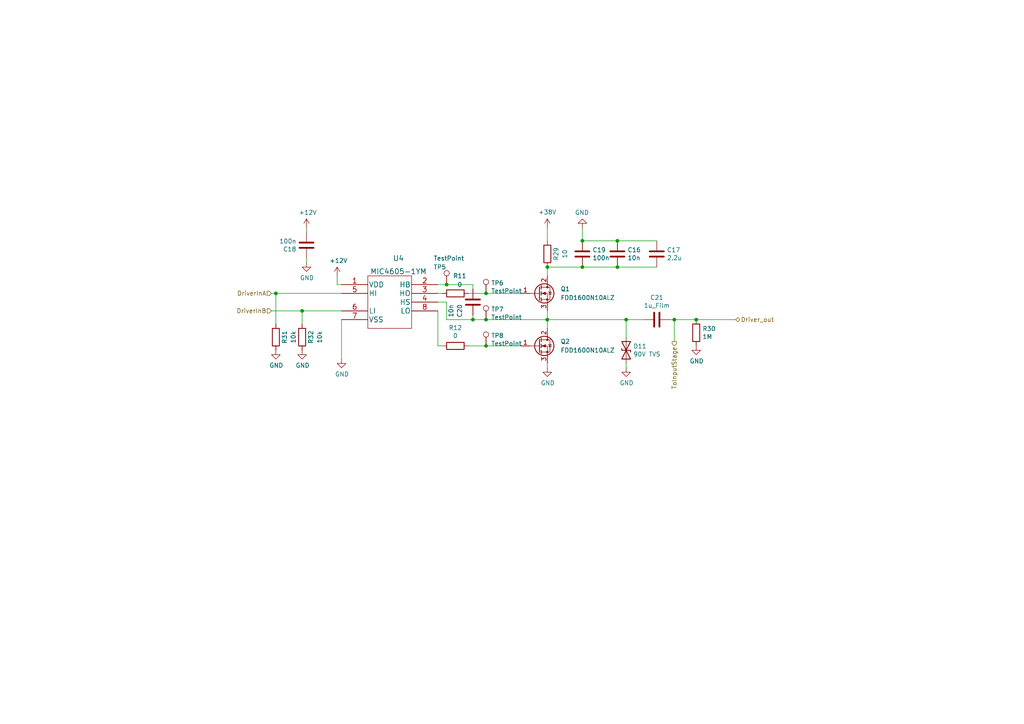
<source format=kicad_sch>
(kicad_sch (version 20211123) (generator eeschema)
  (paper "A4")
  (lib_symbols
    (symbol "Connector:TestPoint" (pin_numbers hide) (pin_names (offset 0.762) hide)
      (property "Reference" "TP" (at 0 6.858 0))
      (property "Value" "TestPoint" (at 0 5.08 0))
      (symbol "TestPoint_0_1"
        (circle (center 0 3.302) (radius 0.762))
      )
      (symbol "TestPoint_1_1"
        (pin passive line (at 0 0 90) (length 2.54) (name "1") (number "1"))
      )
    )
    (symbol "Device:C" (pin_numbers hide) (pin_names (offset 0.254))
      (property "Reference" "C" (at 0.635 2.54 0))
      (property "Value" "C" (at 0.635 -2.54 0))
      (symbol "C_0_1"
        (polyline (pts (xy -2.032 -0.762) (xy 2.032 -0.762)) (stroke (width 0.508)))
        (polyline (pts (xy -2.032 0.762) (xy 2.032 0.762)) (stroke (width 0.508)))
      )
      (symbol "C_1_1"
        (pin passive line (at 0 3.81 270) (length 2.794) (name "~") (number "1"))
        (pin passive line (at 0 -3.81 90) (length 2.794) (name "~") (number "2"))
      )
    )
    (symbol "Device:D_TVS" (pin_numbers hide) (pin_names (offset 1.016) hide)
      (property "Reference" "D" (at 0 2.54 0))
      (property "Value" "D_TVS" (at 0 -2.54 0))
      (symbol "D_TVS_0_1"
        (polyline (pts (xy 1.27 0) (xy -1.27 0)))
        (polyline (pts (xy 0.508 1.27) (xy 0 1.27) (xy 0 -1.27) (xy -0.508 -1.27)) (stroke (width 0.254)))
        (polyline (pts (xy -2.54 1.27) (xy -2.54 -1.27) (xy 2.54 1.27) (xy 2.54 -1.27) (xy -2.54 1.27)) (stroke (width 0.254)))
      )
      (symbol "D_TVS_1_1"
        (pin passive line (at -3.81 0 0) (length 2.54) (name "A1") (number "1"))
        (pin passive line (at 3.81 0 180) (length 2.54) (name "A2") (number "2"))
      )
    )
    (symbol "Device:Q_NMOS_GDS" (pin_names (offset 0) hide)
      (property "Reference" "Q" (at 5.08 1.27 0))
      (property "Value" "Q_NMOS_GDS" (at 5.08 -1.27 0))
      (symbol "Q_NMOS_GDS_0_1"
        (polyline (pts (xy 0.254 0) (xy -2.54 0)))
        (polyline (pts (xy 0.254 1.905) (xy 0.254 -1.905)) (stroke (width 0.254)))
        (polyline (pts (xy 0.762 -1.27) (xy 0.762 -2.286)) (stroke (width 0.254)))
        (polyline (pts (xy 0.762 0.508) (xy 0.762 -0.508)) (stroke (width 0.254)))
        (polyline (pts (xy 0.762 2.286) (xy 0.762 1.27)) (stroke (width 0.254)))
        (polyline (pts (xy 2.54 2.54) (xy 2.54 1.778)))
        (polyline (pts (xy 2.54 -2.54) (xy 2.54 0) (xy 0.762 0)))
        (polyline (pts (xy 0.762 -1.778) (xy 3.302 -1.778) (xy 3.302 1.778) (xy 0.762 1.778)))
        (polyline (pts (xy 1.016 0) (xy 2.032 0.381) (xy 2.032 -0.381) (xy 1.016 0)) (fill (type outline)))
        (polyline (pts (xy 2.794 0.508) (xy 2.921 0.381) (xy 3.683 0.381) (xy 3.81 0.254)))
        (polyline (pts (xy 3.302 0.381) (xy 2.921 -0.254) (xy 3.683 -0.254) (xy 3.302 0.381)))
        (circle (center 1.651 0) (radius 2.794) (stroke (width 0.254)))
        (circle (center 2.54 -1.778) (radius 0.254) (fill (type outline)))
        (circle (center 2.54 1.778) (radius 0.254) (fill (type outline)))
      )
      (symbol "Q_NMOS_GDS_1_1"
        (pin input line (at -5.08 0 0) (length 2.54) (name "G") (number "1"))
        (pin passive line (at 2.54 5.08 270) (length 2.54) (name "D") (number "2"))
        (pin passive line (at 2.54 -5.08 90) (length 2.54) (name "S") (number "3"))
      )
    )
    (symbol "Device:R" (pin_numbers hide) (pin_names (offset 0))
      (property "Reference" "R" (at 2.032 0 90))
      (property "Value" "R" (at 0 0 90))
      (symbol "R_0_1"
        (rectangle (start -1.016 -2.54) (end 1.016 2.54) (stroke (width 0.254)))
      )
      (symbol "R_1_1"
        (pin passive line (at 0 3.81 270) (length 1.27) (name "~") (number "1"))
        (pin passive line (at 0 -3.81 90) (length 1.27) (name "~") (number "2"))
      )
    )
    (symbol "UserLibrary:+38V" (power) (pin_names (offset 0))
      (property "Value" "+38V" (at 0 3.81 0))
      (symbol "+38V_0_1"
        (polyline (pts (xy -0.762 1.27) (xy 0 2.54)))
        (polyline (pts (xy 0 0) (xy 0 2.54)))
        (polyline (pts (xy 0 2.54) (xy 0.762 1.27)))
      )
      (symbol "+38V_1_1"
        (pin power_in line (at 0 0 90) (length 0) hide (name "+38V") (number "1"))
      )
    )
    (symbol "UserLibrary:MIC4605-1YM" (pin_names (offset 0.254))
      (property "Reference" "U" (at 15.24 2.54 0))
      (property "Value" "MIC4605-1YM" (at 8.89 5.08 0))
      (symbol "MIC4605-1YM_1_1"
        (rectangle (start 0 0) (end 12.7 -15.24))
        (pin power_in line (at -7.62 -2.54 0) (length 7.62) (name "VDD") (number "1"))
        (pin passive line (at 20.32 -2.54 180) (length 7.62) (name "HB") (number "2"))
        (pin output line (at 20.32 -5.08 180) (length 7.62) (name "HO") (number "3"))
        (pin passive line (at 20.32 -7.62 180) (length 7.62) (name "HS") (number "4"))
        (pin input line (at -7.62 -5.08 0) (length 7.62) (name "HI") (number "5"))
        (pin input line (at -7.62 -10.16 0) (length 7.62) (name "LI") (number "6"))
        (pin bidirectional line (at -7.62 -12.7 0) (length 7.62) (name "VSS") (number "7"))
        (pin output line (at 20.32 -10.16 180) (length 7.62) (name "LO") (number "8"))
      )
    )
    (symbol "power:+12V" (power) (pin_names (offset 0))
      (property "Value" "+12V" (at 0 3.556 0))
      (symbol "+12V_0_1"
        (polyline (pts (xy -0.762 1.27) (xy 0 2.54)))
        (polyline (pts (xy 0 0) (xy 0 2.54)))
        (polyline (pts (xy 0 2.54) (xy 0.762 1.27)))
      )
      (symbol "+12V_1_1"
        (pin power_in line (at 0 0 90) (length 0) hide (name "+12V") (number "1"))
      )
    )
    (symbol "power:GND" (power) (pin_names (offset 0))
      (property "Value" "GND" (at 0 -3.81 0))
      (symbol "GND_0_1"
        (polyline (pts (xy 0 0) (xy 0 -1.27) (xy 1.27 -1.27) (xy 0 -2.54) (xy -1.27 -1.27) (xy 0 -1.27)))
      )
      (symbol "GND_1_1"
        (pin power_in line (at 0 0 270) (length 0) hide (name "GND") (number "1"))
      )
    )
  )
  (junction (at 140.97 92.71))
  (junction (at 168.91 77.47))
  (junction (at 158.75 92.71))
  (junction (at 168.91 69.85))
  (junction (at 195.58 92.71))
  (junction (at 181.61 92.71))
  (junction (at 201.93 92.71))
  (junction (at 140.97 85.09))
  (junction (at 140.97 100.33))
  (junction (at 179.07 69.85))
  (junction (at 158.75 77.47))
  (junction (at 179.07 77.47))
  (junction (at 87.63 90.17))
  (junction (at 129.54 82.55))
  (junction (at 80.01 85.09))
  (junction (at 137.16 92.71))
  (wire (pts (xy 87.63 90.17) (xy 87.63 93.98)))
  (wire (pts (xy 181.61 92.71) (xy 186.69 92.71)))
  (wire (pts (xy 129.54 87.63) (xy 129.54 92.71)))
  (wire (pts (xy 88.9 67.31) (xy 88.9 66.04)))
  (wire (pts (xy 99.06 104.14) (xy 99.06 92.71)))
  (wire (pts (xy 87.63 90.17) (xy 99.06 90.17)))
  (wire (pts (xy 140.97 100.33) (xy 151.13 100.33)))
  (wire (pts (xy 127 90.17) (xy 127 100.33)))
  (wire (pts (xy 158.75 77.47) (xy 158.75 80.01)))
  (wire (pts (xy 127 87.63) (xy 129.54 87.63)))
  (wire (pts (xy 78.74 85.09) (xy 80.01 85.09)))
  (wire (pts (xy 80.01 85.09) (xy 99.06 85.09)))
  (wire (pts (xy 201.93 92.71) (xy 213.36 92.71)))
  (wire (pts (xy 168.91 69.85) (xy 179.07 69.85)))
  (wire (pts (xy 97.79 82.55) (xy 99.06 82.55)))
  (wire (pts (xy 140.97 92.71) (xy 158.75 92.71)))
  (wire (pts (xy 158.75 92.71) (xy 158.75 95.25)))
  (wire (pts (xy 129.54 82.55) (xy 127 82.55)))
  (wire (pts (xy 168.91 77.47) (xy 179.07 77.47)))
  (wire (pts (xy 78.74 90.17) (xy 87.63 90.17)))
  (wire (pts (xy 137.16 83.82) (xy 137.16 82.55)))
  (wire (pts (xy 181.61 92.71) (xy 181.61 97.79)))
  (wire (pts (xy 129.54 92.71) (xy 137.16 92.71)))
  (wire (pts (xy 179.07 69.85) (xy 190.5 69.85)))
  (wire (pts (xy 158.75 92.71) (xy 181.61 92.71)))
  (wire (pts (xy 140.97 85.09) (xy 151.13 85.09)))
  (wire (pts (xy 127 85.09) (xy 128.27 85.09)))
  (wire (pts (xy 127 100.33) (xy 128.27 100.33)))
  (wire (pts (xy 158.75 92.71) (xy 158.75 90.17)))
  (wire (pts (xy 135.89 100.33) (xy 140.97 100.33)))
  (wire (pts (xy 158.75 105.41) (xy 158.75 106.68)))
  (wire (pts (xy 194.31 92.71) (xy 195.58 92.71)))
  (wire (pts (xy 181.61 106.68) (xy 181.61 105.41)))
  (wire (pts (xy 88.9 76.2) (xy 88.9 74.93)))
  (wire (pts (xy 195.58 99.06) (xy 195.58 92.71)))
  (wire (pts (xy 80.01 93.98) (xy 80.01 85.09)))
  (wire (pts (xy 137.16 91.44) (xy 137.16 92.71)))
  (wire (pts (xy 137.16 82.55) (xy 129.54 82.55)))
  (wire (pts (xy 168.91 66.04) (xy 168.91 69.85)))
  (wire (pts (xy 195.58 92.71) (xy 201.93 92.71)))
  (wire (pts (xy 158.75 69.85) (xy 158.75 66.04)))
  (wire (pts (xy 179.07 77.47) (xy 190.5 77.47)))
  (wire (pts (xy 135.89 85.09) (xy 140.97 85.09)))
  (wire (pts (xy 97.79 80.01) (xy 97.79 82.55)))
  (wire (pts (xy 137.16 92.71) (xy 140.97 92.71)))
  (wire (pts (xy 168.91 77.47) (xy 158.75 77.47)))
  (hierarchical_label "Driver_out" (shape bidirectional) (at 213.36 92.71 0))
  (hierarchical_label "DriverInA" (shape input) (at 78.74 85.09 180))
  (hierarchical_label "ToInputStage" (shape output) (at 195.58 99.06 270))
  (hierarchical_label "DriverInB" (shape input) (at 78.74 90.17 180))
  (symbol (lib_id "Device:C") (at 137.16 87.63 180) (unit 1)
    (property "Reference" "C20" (at 133.35 90.17 90))
    (property "Value" "10n" (at 130.81 90.17 90))
    (property "Footprint" "Capacitor_SMD:C_0603_1608Metric_Pad1.08x0.95mm_HandSolder" (effects hide))
  )
  (symbol (lib_id "power:GND") (at 80.01 101.6 0) (unit 1)
    (property "Reference" "#PWR047" (effects hide))
    (property "Value" "GND" (at 80.137 105.9942 0))
  )
  (symbol (lib_id "power:GND") (at 158.75 106.68 0) (unit 1)
    (property "Reference" "#PWR050" (effects hide))
    (property "Value" "GND" (at 158.877 111.0742 0))
  )
  (symbol (lib_id "Device:R") (at 87.63 97.79 0) (unit 1)
    (property "Reference" "R32" (at 90.17 97.79 90))
    (property "Value" "10k" (at 92.71 97.79 90))
    (property "Footprint" "Resistor_SMD:R_0603_1608Metric_Pad0.98x0.95mm_HandSolder" (effects hide))
  )
  (symbol (lib_id "Device:R") (at 132.08 100.33 270) (unit 1)
    (property "Reference" "R12" (at 132.08 95.0722 90))
    (property "Value" "0" (at 132.08 97.3836 90))
    (property "Footprint" "Resistor_SMD:R_0603_1608Metric_Pad0.98x0.95mm_HandSolder" (effects hide))
  )
  (symbol (lib_id "power:GND") (at 201.93 100.33 0) (unit 1)
    (property "Reference" "#PWR046" (effects hide))
    (property "Value" "GND" (at 202.057 104.7242 0))
  )
  (symbol (lib_id "Device:C") (at 179.07 73.66 0) (unit 1)
    (property "Reference" "C16" (at 181.991 72.4916 0) (effects (justify left)))
    (property "Value" "10n" (at 181.991 74.803 0) (effects (justify left)))
    (property "Footprint" "Capacitor_SMD:C_0603_1608Metric_Pad1.08x0.95mm_HandSolder" (effects hide))
  )
  (symbol (lib_id "Device:R") (at 132.08 85.09 270) (unit 1)
    (property "Reference" "R11" (at 133.35 80.01 90))
    (property "Value" "0" (at 133.35 82.55 90))
    (property "Footprint" "Resistor_SMD:R_0603_1608Metric_Pad0.98x0.95mm_HandSolder" (effects hide))
  )
  (symbol (lib_id "Device:Q_NMOS_GDS") (at 156.21 85.09 0) (unit 1)
    (property "Reference" "Q1" (at 162.56 83.8199 0) (effects (justify left)))
    (property "Value" "FDD1600N10ALZ" (at 162.56 86.3599 0) (effects (justify left)))
    (property "Footprint" "Package_TO_SOT_SMD:TO-252-2" (effects hide))
  )
  (symbol (lib_id "Device:C") (at 88.9 71.12 180) (unit 1)
    (property "Reference" "C18" (at 85.979 72.2884 0) (effects (justify left)))
    (property "Value" "100n" (at 85.979 69.977 0) (effects (justify left)))
    (property "Footprint" "Capacitor_SMD:C_0603_1608Metric_Pad1.08x0.95mm_HandSolder" (effects hide))
  )
  (symbol (lib_id "Device:D_TVS") (at 181.61 101.6 270) (unit 1)
    (property "Reference" "D11" (at 183.642 100.4316 90) (effects (justify left)))
    (property "Value" "90V TVS" (at 183.642 102.743 90) (effects (justify left)))
    (property "Footprint" "Diode_SMD:D_SMA_Handsoldering" (effects hide))
  )
  (symbol (lib_id "Device:R") (at 80.01 97.79 0) (unit 1)
    (property "Reference" "R31" (at 82.55 97.79 90))
    (property "Value" "10k" (at 85.09 97.79 90))
    (property "Footprint" "Resistor_SMD:R_0603_1608Metric_Pad0.98x0.95mm_HandSolder" (effects hide))
  )
  (symbol (lib_id "Connector:TestPoint") (at 140.97 100.33 0) (unit 1)
    (property "Reference" "TP8" (at 142.4432 97.3328 0) (effects (justify left)))
    (property "Value" "TestPoint" (at 142.4432 99.6442 0) (effects (justify left)))
    (property "Footprint" "TestPoint:TestPoint_Loop_D1.80mm_Drill1.0mm_Beaded" (effects hide))
  )
  (symbol (lib_id "power:GND") (at 181.61 106.68 0) (unit 1)
    (property "Reference" "#PWR051" (effects hide))
    (property "Value" "GND" (at 181.737 111.0742 0))
  )
  (symbol (lib_id "Connector:TestPoint") (at 129.54 82.55 0) (unit 1)
    (property "Reference" "TP5" (at 125.73 77.47 0) (effects (justify left)))
    (property "Value" "TestPoint" (at 125.73 74.93 0) (effects (justify left)))
    (property "Footprint" "TestPoint:TestPoint_Loop_D1.80mm_Drill1.0mm_Beaded" (effects hide))
  )
  (symbol (lib_id "Device:Q_NMOS_GDS") (at 156.21 100.33 0) (unit 1)
    (property "Reference" "Q2" (at 162.56 99.0599 0) (effects (justify left)))
    (property "Value" "FDD1600N10ALZ" (at 162.56 101.5999 0) (effects (justify left)))
    (property "Footprint" "Package_TO_SOT_SMD:TO-252-2" (effects hide))
  )
  (symbol (lib_id "power:+12V") (at 88.9 66.04 0) (unit 1)
    (property "Reference" "#PWR041" (effects hide))
    (property "Value" "+12V" (at 89.281 61.6458 0))
  )
  (symbol (lib_id "Connector:TestPoint") (at 140.97 85.09 0) (unit 1)
    (property "Reference" "TP6" (at 142.4432 82.0928 0) (effects (justify left)))
    (property "Value" "TestPoint" (at 142.4432 84.4042 0) (effects (justify left)))
    (property "Footprint" "TestPoint:TestPoint_Loop_D1.80mm_Drill1.0mm_Beaded" (effects hide))
  )
  (symbol (lib_id "UserLibrary:+38V") (at 158.75 66.04 0) (unit 1)
    (property "Reference" "#PWR042" (effects hide))
    (property "Value" "+38V" (at 158.7415 61.5352 0))
  )
  (symbol (lib_id "Device:R") (at 158.75 73.66 0) (unit 1)
    (property "Reference" "R29" (at 161.29 73.66 90))
    (property "Value" "10" (at 163.83 73.66 90))
    (property "Footprint" "Resistor_SMD:R_0603_1608Metric_Pad0.98x0.95mm_HandSolder" (effects hide))
  )
  (symbol (lib_id "Device:C") (at 168.91 73.66 0) (unit 1)
    (property "Reference" "C19" (at 171.831 72.4916 0) (effects (justify left)))
    (property "Value" "100n" (at 171.831 74.803 0) (effects (justify left)))
    (property "Footprint" "Capacitor_SMD:C_0603_1608Metric_Pad1.08x0.95mm_HandSolder" (effects hide))
  )
  (symbol (lib_id "Device:C") (at 190.5 92.71 270) (unit 1)
    (property "Reference" "C21" (at 190.5 86.3092 90))
    (property "Value" "1u_Film" (at 190.5 88.6206 90))
    (property "Footprint" "footprints:C_2824_7260Metric_HandSolder" (effects hide))
  )
  (symbol (lib_id "Device:R") (at 201.93 96.52 0) (unit 1)
    (property "Reference" "R30" (at 203.708 95.3516 0) (effects (justify left)))
    (property "Value" "1M" (at 203.708 97.663 0) (effects (justify left)))
    (property "Footprint" "Resistor_SMD:R_0603_1608Metric_Pad0.98x0.95mm_HandSolder" (effects hide))
  )
  (symbol (lib_id "UserLibrary:MIC4605-1YM") (at 106.68 80.01 0) (unit 1)
    (property "Reference" "U4" (at 115.57 74.93 0) (effects (font (size 1.524 1.524))))
    (property "Value" "MIC4605-1YM" (at 115.57 78.74 0) (effects (font (size 1.524 1.524))))
    (property "Footprint" "Package_SO:SOIC-8_3.9x4.9mm_P1.27mm" (effects hide))
    (property "Datasheet" "https://ww1.microchip.com/downloads/en/DeviceDoc/MIC4605-Data-Sheet-DS20005853E.pdf" (effects hide))
  )
  (symbol (lib_id "power:+12V") (at 97.79 80.01 0) (unit 1)
    (property "Reference" "#PWR045" (effects hide))
    (property "Value" "+12V" (at 98.171 75.6158 0))
  )
  (symbol (lib_id "power:GND") (at 87.63 101.6 0) (unit 1)
    (property "Reference" "#PWR048" (effects hide))
    (property "Value" "GND" (at 87.757 105.9942 0))
  )
  (symbol (lib_id "Device:C") (at 190.5 73.66 0) (unit 1)
    (property "Reference" "C17" (at 193.421 72.4916 0) (effects (justify left)))
    (property "Value" "2.2u" (at 193.421 74.803 0) (effects (justify left)))
    (property "Footprint" "Capacitor_SMD:C_1206_3216Metric_Pad1.33x1.80mm_HandSolder" (effects hide))
  )
  (symbol (lib_id "Connector:TestPoint") (at 140.97 92.71 0) (unit 1)
    (property "Reference" "TP7" (at 142.4432 89.7128 0) (effects (justify left)))
    (property "Value" "TestPoint" (at 142.4432 92.0242 0) (effects (justify left)))
    (property "Footprint" "TestPoint:TestPoint_Loop_D1.80mm_Drill1.0mm_Beaded" (effects hide))
  )
  (symbol (lib_id "power:GND") (at 168.91 66.04 180) (unit 1)
    (property "Reference" "#PWR043" (effects hide))
    (property "Value" "GND" (at 168.783 61.6458 0))
  )
  (symbol (lib_id "power:GND") (at 88.9 76.2 0) (unit 1)
    (property "Reference" "#PWR044" (effects hide))
    (property "Value" "GND" (at 89.027 80.5942 0))
  )
  (symbol (lib_id "power:GND") (at 99.06 104.14 0) (unit 1)
    (property "Reference" "#PWR049" (effects hide))
    (property "Value" "GND" (at 99.187 108.5342 0))
  )
)
</source>
